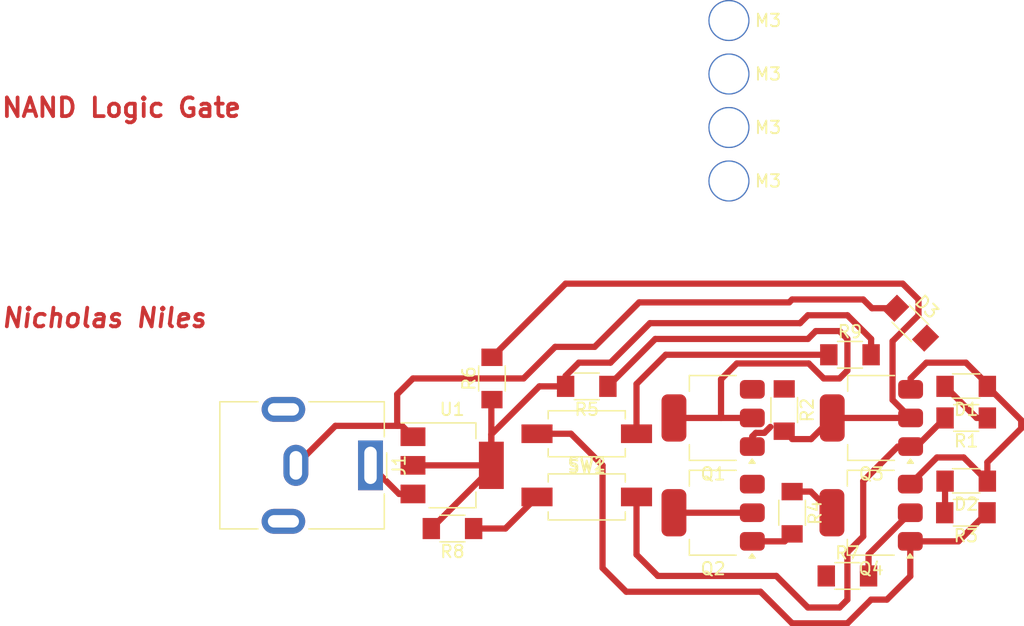
<source format=kicad_pcb>
(kicad_pcb (version 20240108) (generator "pcbnew") (generator_version "8.0")
  (title_block (title "NAND Logic Gate Board") (date "June 23rd, 2024") (rev "2") (company "Nicholas Niles") (comment 1 "Physical PCB routing for NAND gate board"))
  (layers (0 "F.Cu" signal) (31 "B.Cu" signal) (34 "B.Paste" user) (35 "F.Paste" user) (36 "B.SilkS" user "B.Silkscreen") (37 "F.SilkS" user "F.Silkscreen") (38 "B.Mask" user) (39 "F.Mask" user) (44 "Edge.Cuts" user))
  (net 0 "")
  (net 1 "Net-(D1-K)")
  (net 2 "Net-(D1-A)")
  (net 3 "Net-(D2-A)")
  (net 4 "Net-(D3-A)")
  (net 5 "Net-(Q1-B)")
  (net 6 "Net-(Q1-C)")
  (net 7 "Net-(Q1-E)")
  (net 8 "Net-(Q2-B)")
  (net 9 "Net-(U1-VI)")
  (net 10 "Net-(Q3-C)")
  (net 11 "Net-(Q3-B)")
  (net 12 "Net-(Q4-B)")
  (net 13 "Net-(Q4-C)")
  (net 14 "Net-(U1-VO)")
  (net 15 "Net-(R8-Pad1)")
  (net 16 "Net-(R9-Pad1)")
  (footprint "fab:SOT-223-3_TabPin2" (layer "F.Cu") (at 67.285 69.85)
    (property "Reference" "U1" (at 0 -4.5 0) (layer "F.SilkS"))
    (property "Value" "Linear Regulator SMD")
    (fp_line (start -4.1 -3.41) (end 1.91 -3.41) (stroke (width 0.12)) (layer "F.SilkS"))
    (fp_line (start -1.85 3.41) (end 1.91 3.41) (stroke (width 0.12)) (layer "F.SilkS"))
    (fp_line (start 1.91 -3.41) (end 1.91 -2.15) (stroke (width 0.12)) (layer "F.SilkS"))
    (fp_line (start 1.91 3.41) (end 1.91 2.15) (stroke (width 0.12)) (layer "F.SilkS"))
    (pad "1" smd rect (at -3.15 -2.3) (size 2 1.5) (layers "F.Cu" "F.Paste" "F.Mask") (net 1 "Net-(D1-K)"))
    (pad "2" smd rect (at -3.15 0) (size 2 1.5) (layers "F.Cu" "F.Paste" "F.Mask") (net 14 "Net-(U1-VO)"))
    (pad "2" smd rect (at 3.15 0) (size 2 3.8) (layers "F.Cu" "F.Paste" "F.Mask") (net 14 "Net-(U1-VO)"))
    (pad "3" smd rect (at -3.15 2.3) (size 2 1.5) (layers "F.Cu" "F.Paste" "F.Mask") (net 9 "Net-(U1-VI)"))
  )
  (footprint "fab:R_1206" (layer "F.Cu") (at 93.98 65.405 -90)
    (property "Reference" "R2" (at 0 -1.85 90) (layer "F.SilkS"))
    (property "Value" "10Ω")
    (fp_line (start 1 1.07) (end -1 1.07) (stroke (width 0.12)) (layer "F.SilkS"))
    (fp_line (start -1 -1.07) (end 1 -1.07) (stroke (width 0.12)) (layer "F.SilkS"))
    (pad "1" smd rect (at -1.7 0 270) (size 1.4 1.7) (layers "F.Cu" "F.Paste" "F.Mask") (net 10 "Net-(Q3-C)"))
    (pad "2" smd rect (at 1.7 0 270) (size 1.4 1.7) (layers "F.Cu" "F.Paste" "F.Mask") (net 5 "Net-(Q1-B)"))
  )
  (footprint "fab:MountingHole_M3" (layer "F.Cu") (at 89.535 34.09)
    (property "Reference" "H1" (hide yes))
    (property "Value" "~" (hide yes))
    (fp_text user "M3" (at 2 0 0) (layer "F.SilkS") (effects (font (thickness 0.15) (bold yes)) (justify left)))
    (pad "" thru_hole circle (at 0 0) (size 3.3 3.3) (drill 3.1) (layers "*.Cu" "*.Mask"))
  )
  (footprint "Package_TO_SOT_SMD:SOT-223-3_TabPin2" (layer "F.Cu") (at 88.265 66.04 180)
    (property "Reference" "Q1" (at 0 -4.5 180) (layer "F.SilkS"))
    (property "Value" "PZT2222A")
    (fp_line (start 1.91 3.41) (end 1.91 2.15) (stroke (width 0.12)) (layer "F.SilkS"))
    (fp_line (start 1.91 -3.41) (end 1.91 -2.15) (stroke (width 0.12)) (layer "F.SilkS"))
    (fp_line (start -1.85 3.41) (end 1.91 3.41) (stroke (width 0.12)) (layer "F.SilkS"))
    (fp_line (start -1.85 -3.41) (end 1.91 -3.41) (stroke (width 0.12)) (layer "F.SilkS"))
    (fp_poly (pts (xy -3.13 -3.31) (xy -3.37 -3.64) (xy -2.89 -3.64) (xy -3.13 -3.31)) (stroke (width 0.12)) (fill solid) (layer "F.SilkS"))
    (pad "1" smd roundrect (at -3.15 -2.3 180) (size 2 1.5) (layers "F.Cu" "F.Paste" "F.Mask") (net 5 "Net-(Q1-B)"))
    (pad "2" smd roundrect (at -3.15 0 180) (size 2 1.5) (layers "F.Cu" "F.Paste" "F.Mask") (net 6 "Net-(Q1-C)"))
    (pad "2" smd roundrect (at 3.15 0 180) (size 2 3.8) (layers "F.Cu" "F.Paste" "F.Mask") (net 6 "Net-(Q1-C)"))
    (pad "3" smd roundrect (at -3.15 2.3 180) (size 2 1.5) (layers "F.Cu" "F.Paste" "F.Mask") (net 7 "Net-(Q1-E)"))
  )
  (footprint "fab:MountingHole_M3" (layer "F.Cu") (at 89.535 46.99)
    (property "Reference" "H4" (hide yes))
    (property "Value" "~" (hide yes))
    (fp_text user "M3" (at 2 0 0) (layer "F.SilkS") (effects (font (thickness 0.15) (bold yes)) (justify left)))
    (pad "" thru_hole circle (at 0 0) (size 3.3 3.3) (drill 3.1) (layers "*.Cu" "*.Mask"))
  )
  (footprint "fab:R_1206" (layer "F.Cu") (at 94.615 73.66 -90)
    (property "Reference" "R4" (at 0 -1.85 90) (layer "F.SilkS"))
    (property "Value" "10Ω")
    (fp_line (start 1 1.07) (end -1 1.07) (stroke (width 0.12)) (layer "F.SilkS"))
    (fp_line (start -1 -1.07) (end 1 -1.07) (stroke (width 0.12)) (layer "F.SilkS"))
    (pad "1" smd rect (at -1.7 0 270) (size 1.4 1.7) (layers "F.Cu" "F.Paste" "F.Mask") (net 13 "Net-(Q4-C)"))
    (pad "2" smd rect (at 1.7 0 270) (size 1.4 1.7) (layers "F.Cu" "F.Paste" "F.Mask") (net 8 "Net-(Q2-B)"))
  )
  (footprint "fab:LED_1206" (layer "F.Cu") (at 104.14 58.42 -45)
    (property "Reference" "D3" (at 0 -1.850001 135) (layer "F.SilkS"))
    (property "Value" "LED 1206")
    (fp_line (start -1.1 1) (end 1.1 1) (stroke (width 0.12)) (layer "F.SilkS"))
    (fp_line (start -1.1 -0.95) (end 1.1 -0.95) (stroke (width 0.12)) (layer "F.SilkS"))
    (pad "1" smd rect (at -1.700001 0 315) (size 1.4 1.7) (layers "F.Cu" "F.Paste" "F.Mask") (net 1 "Net-(D1-K)"))
    (pad "2" smd rect (at 1.700001 0 315) (size 1.4 1.7) (layers "F.Cu" "F.Paste" "F.Mask") (net 4 "Net-(D3-A)"))
  )
  (footprint "fab:LED_1206" (layer "F.Cu") (at 108.61 63.5 180)
    (property "Reference" "D1" (at 0 -1.85 180) (layer "F.SilkS"))
    (property "Value" "1206")
    (fp_line (start -1.1 1) (end 1.1 1) (stroke (width 0.12)) (layer "F.SilkS"))
    (fp_line (start -1.1 -0.95) (end 1.1 -0.95) (stroke (width 0.12)) (layer "F.SilkS"))
    (pad "1" smd rect (at -1.7 0 180) (size 1.4 1.7) (layers "F.Cu" "F.Paste" "F.Mask") (net 1 "Net-(D1-K)"))
    (pad "2" smd rect (at 1.7 0 180) (size 1.4 1.7) (layers "F.Cu" "F.Paste" "F.Mask") (net 2 "Net-(D1-A)"))
  )
  (footprint "fab:Button_CnK_PTS636.0_6x3.5mm" (layer "F.Cu") (at 78.105 72.39)
    (property "Reference" "SW2" (at 0 -2.65 0) (layer "F.SilkS"))
    (property "Value" "SMD Momentary Button")
    (fp_line (start -3.1 -1.85) (end -3.1 -1.2) (stroke (width 0.12)) (layer "F.SilkS"))
    (fp_line (start -3.1 1.2) (end -3.1 1.85) (stroke (width 0.12)) (layer "F.SilkS"))
    (fp_line (start -3.1 1.85) (end 3.1 1.85) (stroke (width 0.12)) (layer "F.SilkS"))
    (fp_line (start 3.1 -1.85) (end -3.1 -1.85) (stroke (width 0.12)) (layer "F.SilkS"))
    (fp_line (start 3.1 -1.85) (end 3.1 -1.2) (stroke (width 0.12)) (layer "F.SilkS"))
    (fp_line (start 3.1 1.85) (end 3.1 1.2) (stroke (width 0.12)) (layer "F.SilkS"))
    (pad "1" smd rect (at -4 0) (size 2.5 1.5) (layers "F.Cu" "F.Paste" "F.Mask") (net 15 "Net-(R8-Pad1)"))
    (pad "2" smd rect (at 4 0) (size 2.5 1.5) (layers "F.Cu" "F.Paste" "F.Mask") (net 11 "Net-(Q3-B)"))
  )
  (footprint "fab:LED_1206" (layer "F.Cu") (at 108.61 71.12 180)
    (property "Reference" "D2" (at 0 -1.85 180) (layer "F.SilkS"))
    (property "Value" "LED 1206")
    (fp_line (start -1.1 1) (end 1.1 1) (stroke (width 0.12)) (layer "F.SilkS"))
    (fp_line (start -1.1 -0.95) (end 1.1 -0.95) (stroke (width 0.12)) (layer "F.SilkS"))
    (pad "1" smd rect (at -1.7 0 180) (size 1.4 1.7) (layers "F.Cu" "F.Paste" "F.Mask") (net 1 "Net-(D1-K)"))
    (pad "2" smd rect (at 1.7 0 180) (size 1.4 1.7) (layers "F.Cu" "F.Paste" "F.Mask") (net 3 "Net-(D2-A)"))
  )
  (footprint "fab:Button_CnK_PTS636.0_6x3.5mm" (layer "F.Cu") (at 78.105 67.31 180)
    (property "Reference" "SW1" (at 0 -2.65 180) (layer "F.SilkS"))
    (property "Value" "SMD Momentary Button")
    (fp_line (start 3.1 1.85) (end 3.1 1.2) (stroke (width 0.12)) (layer "F.SilkS"))
    (fp_line (start 3.1 -1.85) (end 3.1 -1.2) (stroke (width 0.12)) (layer "F.SilkS"))
    (fp_line (start 3.1 -1.85) (end -3.1 -1.85) (stroke (width 0.12)) (layer "F.SilkS"))
    (fp_line (start -3.1 1.85) (end 3.1 1.85) (stroke (width 0.12)) (layer "F.SilkS"))
    (fp_line (start -3.1 1.2) (end -3.1 1.85) (stroke (width 0.12)) (layer "F.SilkS"))
    (fp_line (start -3.1 -1.85) (end -3.1 -1.2) (stroke (width 0.12)) (layer "F.SilkS"))
    (pad "1" smd rect (at -4 0 180) (size 2.5 1.5) (layers "F.Cu" "F.Paste" "F.Mask") (net 16 "Net-(R9-Pad1)"))
    (pad "2" smd rect (at 4 0 180) (size 2.5 1.5) (layers "F.Cu" "F.Paste" "F.Mask") (net 12 "Net-(Q4-B)"))
  )
  (footprint "fab:R_1206" (layer "F.Cu") (at 67.31 74.93 180)
    (property "Reference" "R8" (at 0 -1.85 180) (layer "F.SilkS"))
    (property "Value" "10Ω")
    (fp_line (start 1 1.07) (end -1 1.07) (stroke (width 0.12)) (layer "F.SilkS"))
    (fp_line (start -1 -1.07) (end 1 -1.07) (stroke (width 0.12)) (layer "F.SilkS"))
    (pad "1" smd rect (at -1.7 0 180) (size 1.4 1.7) (layers "F.Cu" "F.Paste" "F.Mask") (net 15 "Net-(R8-Pad1)"))
    (pad "2" smd rect (at 1.7 0 180) (size 1.4 1.7) (layers "F.Cu" "F.Paste" "F.Mask") (net 14 "Net-(U1-VO)"))
  )
  (footprint "Package_TO_SOT_SMD:SOT-223-3_TabPin2" (layer "F.Cu") (at 100.965 73.66 180)
    (property "Reference" "Q4" (at 0 -4.5 180) (layer "F.SilkS"))
    (property "Value" "PZT2222A")
    (fp_line (start 1.91 3.41) (end 1.91 2.15) (stroke (width 0.12)) (layer "F.SilkS"))
    (fp_line (start 1.91 -3.41) (end 1.91 -2.15) (stroke (width 0.12)) (layer "F.SilkS"))
    (fp_line (start -1.85 3.41) (end 1.91 3.41) (stroke (width 0.12)) (layer "F.SilkS"))
    (fp_line (start -1.85 -3.41) (end 1.91 -3.41) (stroke (width 0.12)) (layer "F.SilkS"))
    (fp_poly (pts (xy -3.13 -3.31) (xy -3.37 -3.64) (xy -2.89 -3.64) (xy -3.13 -3.31)) (stroke (width 0.12)) (fill solid) (layer "F.SilkS"))
    (pad "1" smd roundrect (at -3.15 -2.3 180) (size 2 1.5) (layers "F.Cu" "F.Paste" "F.Mask") (net 12 "Net-(Q4-B)"))
    (pad "2" smd roundrect (at -3.15 0 180) (size 2 1.5) (layers "F.Cu" "F.Paste" "F.Mask") (net 13 "Net-(Q4-C)"))
    (pad "2" smd roundrect (at 3.15 0 180) (size 2 3.8) (layers "F.Cu" "F.Paste" "F.Mask") (net 13 "Net-(Q4-C)"))
    (pad "3" smd roundrect (at -3.15 2.3 180) (size 2 1.5) (layers "F.Cu" "F.Paste" "F.Mask") (net 1 "Net-(D1-K)"))
  )
  (footprint "Package_TO_SOT_SMD:SOT-223-3_TabPin2" (layer "F.Cu") (at 88.265 73.66 180)
    (property "Reference" "Q2" (at 0 -4.5 180) (layer "F.SilkS"))
    (property "Value" "PZT2222A")
    (fp_line (start 1.91 3.41) (end 1.91 2.15) (stroke (width 0.12)) (layer "F.SilkS"))
    (fp_line (start 1.91 -3.41) (end 1.91 -2.15) (stroke (width 0.12)) (layer "F.SilkS"))
    (fp_line (start -1.85 3.41) (end 1.91 3.41) (stroke (width 0.12)) (layer "F.SilkS"))
    (fp_line (start -1.85 -3.41) (end 1.91 -3.41) (stroke (width 0.12)) (layer "F.SilkS"))
    (fp_poly (pts (xy -3.13 -3.31) (xy -3.37 -3.64) (xy -2.89 -3.64) (xy -3.13 -3.31)) (stroke (width 0.12)) (fill solid) (layer "F.SilkS"))
    (pad "1" smd roundrect (at -3.15 -2.3 180) (size 2 1.5) (layers "F.Cu" "F.Paste" "F.Mask") (net 8 "Net-(Q2-B)"))
    (pad "2" smd roundrect (at -3.15 0 180) (size 2 1.5) (layers "F.Cu" "F.Paste" "F.Mask") (net 7 "Net-(Q1-E)"))
    (pad "2" smd roundrect (at 3.15 0 180) (size 2 3.8) (layers "F.Cu" "F.Paste" "F.Mask") (net 7 "Net-(Q1-E)"))
    (pad "3" smd roundrect (at -3.15 2.3 180) (size 2 1.5) (layers "F.Cu" "F.Paste" "F.Mask") (net 4 "Net-(D3-A)"))
  )
  (footprint "fab:R_1206" (layer "F.Cu") (at 99.06 78.74)
    (property "Reference" "R7" (at 0 -1.85 360) (layer "F.SilkS"))
    (property "Value" "10Ω")
    (fp_line (start -1 -1.07) (end 1 -1.07) (stroke (width 0.12)) (layer "F.SilkS"))
    (fp_line (start 1 1.07) (end -1 1.07) (stroke (width 0.12)) (layer "F.SilkS"))
    (pad "1" smd rect (at -1.7 0) (size 1.4 1.7) (layers "F.Cu" "F.Paste" "F.Mask") (net 14 "Net-(U1-VO)"))
    (pad "2" smd rect (at 1.7 0) (size 1.4 1.7) (layers "F.Cu" "F.Paste" "F.Mask") (net 13 "Net-(Q4-C)"))
  )
  (footprint "fab:R_1206" (layer "F.Cu") (at 108.61 66.04 180)
    (property "Reference" "R1" (at 0 -1.85 180) (layer "F.SilkS"))
    (property "Value" "240Ω")
    (fp_line (start 1 1.07) (end -1 1.07) (stroke (width 0.12)) (layer "F.SilkS"))
    (fp_line (start -1 -1.07) (end 1 -1.07) (stroke (width 0.12)) (layer "F.SilkS"))
    (pad "1" smd rect (at -1.7 0 180) (size 1.4 1.7) (layers "F.Cu" "F.Paste" "F.Mask") (net 2 "Net-(D1-A)"))
    (pad "2" smd rect (at 1.7 0 180) (size 1.4 1.7) (layers "F.Cu" "F.Paste" "F.Mask") (net 11 "Net-(Q3-B)"))
  )
  (footprint "fab:R_1206" (layer "F.Cu") (at 99.265 60.96)
    (property "Reference" "R9" (at 0 -1.85 360) (layer "F.SilkS"))
    (property "Value" "10Ω")
    (fp_line (start -1 -1.07) (end 1 -1.07) (stroke (width 0.12)) (layer "F.SilkS"))
    (fp_line (start 1 1.07) (end -1 1.07) (stroke (width 0.12)) (layer "F.SilkS"))
    (pad "1" smd rect (at -1.7 0) (size 1.4 1.7) (layers "F.Cu" "F.Paste" "F.Mask") (net 16 "Net-(R9-Pad1)"))
    (pad "2" smd rect (at 1.7 0) (size 1.4 1.7) (layers "F.Cu" "F.Paste" "F.Mask") (net 14 "Net-(U1-VO)"))
  )
  (footprint "Package_TO_SOT_SMD:SOT-223-3_TabPin2" (layer "F.Cu") (at 100.99 66.04 180)
    (property "Reference" "Q3" (at 0 -4.5 180) (layer "F.SilkS"))
    (property "Value" "PZT2222A")
    (fp_line (start 1.91 3.41) (end 1.91 2.15) (stroke (width 0.12)) (layer "F.SilkS"))
    (fp_line (start 1.91 -3.41) (end 1.91 -2.15) (stroke (width 0.12)) (layer "F.SilkS"))
    (fp_line (start -1.85 3.41) (end 1.91 3.41) (stroke (width 0.12)) (layer "F.SilkS"))
    (fp_line (start -1.85 -3.41) (end 1.91 -3.41) (stroke (width 0.12)) (layer "F.SilkS"))
    (fp_poly (pts (xy -3.13 -3.31) (xy -3.37 -3.64) (xy -2.89 -3.64) (xy -3.13 -3.31)) (stroke (width 0.12)) (fill solid) (layer "F.SilkS"))
    (pad "1" smd roundrect (at -3.15 -2.3 180) (size 2 1.5) (layers "F.Cu" "F.Paste" "F.Mask") (net 11 "Net-(Q3-B)"))
    (pad "2" smd roundrect (at -3.15 0 180) (size 2 1.5) (layers "F.Cu" "F.Paste" "F.Mask") (net 10 "Net-(Q3-C)"))
    (pad "2" smd roundrect (at 3.15 0 180) (size 2 3.8) (layers "F.Cu" "F.Paste" "F.Mask") (net 10 "Net-(Q3-C)"))
    (pad "3" smd roundrect (at -3.15 2.3 180) (size 2 1.5) (layers "F.Cu" "F.Paste" "F.Mask") (net 1 "Net-(D1-K)"))
  )
  (footprint "fab:MountingHole_M3" (layer "F.Cu") (at 89.535 42.69)
    (property "Reference" "H3" (hide yes))
    (property "Value" "~" (hide yes))
    (fp_text user "M3" (at 2 0 0) (layer "F.SilkS") (effects (font (thickness 0.15) (bold yes)) (justify left)))
    (pad "" thru_hole circle (at 0 0) (size 3.3 3.3) (drill 3.1) (layers "*.Cu" "*.Mask"))
  )
  (footprint "Connector_BarrelJack:BarrelJack_CUI_PJ-063AH_Horizontal" (layer "F.Cu") (at 60.72 69.85 -90)
    (property "Reference" "J1" (at 0 -2.3 90) (layer "F.SilkS"))
    (property "Value" "PJ-063AH")
    (fp_line (start -5.11 12.11) (end -5.11 9.05) (stroke (width 0.12)) (layer "F.SilkS"))
    (fp_line (start 5.11 12.11) (end -5.11 12.11) (stroke (width 0.12)) (layer "F.SilkS"))
    (fp_line (start 5.11 9.05) (end 5.11 12.11) (stroke (width 0.12)) (layer "F.SilkS"))
    (fp_line (start -5.11 4.95) (end -5.11 -1.11) (stroke (width 0.12)) (layer "F.SilkS"))
    (fp_line (start -5.11 -1.11) (end -2.3 -1.11) (stroke (width 0.12)) (layer "F.SilkS"))
    (fp_line (start 2.3 -1.11) (end 5.11 -1.11) (stroke (width 0.12)) (layer "F.SilkS"))
    (fp_line (start 5.11 -1.11) (end 5.11 4.95) (stroke (width 0.12)) (layer "F.SilkS"))
    (fp_line (start -1 -1.3) (end 1 -1.3) (stroke (width 0.12)) (layer "F.SilkS"))
    (pad "" np_thru_hole circle (at 0 9 270) (size 1.6 1.6) (drill 1.6) (layers "*.Cu" "*.Mask"))
    (pad "1" thru_hole rect (at 0 0 270) (size 4 2) (drill oval 3 1) (layers "*.Cu" "*.Mask") (net 9 "Net-(U1-VI)"))
    (pad "2" thru_hole oval (at 0 6 270) (size 3.3 2) (drill oval 2.3 1) (layers "*.Cu" "*.Mask") (net 1 "Net-(D1-K)"))
    (pad "MP" thru_hole oval (at -4.5 7 270) (size 2 3.5) (drill oval 1 2.5) (layers "*.Cu" "*.Mask"))
    (pad "MP" thru_hole oval (at 4.5 7 270) (size 2 3.5) (drill oval 1 2.5) (layers "*.Cu" "*.Mask"))
  )
  (footprint "fab:R_1206" (layer "F.Cu") (at 70.485 62.865 90)
    (property "Reference" "R6" (at 0 -1.85 270) (layer "F.SilkS"))
    (property "Value" "10Ω")
    (fp_line (start -1 -1.07) (end 1 -1.07) (stroke (width 0.12)) (layer "F.SilkS"))
    (fp_line (start 1 1.07) (end -1 1.07) (stroke (width 0.12)) (layer "F.SilkS"))
    (pad "1" smd rect (at -1.7 0 90) (size 1.4 1.7) (layers "F.Cu" "F.Paste" "F.Mask") (net 14 "Net-(U1-VO)"))
    (pad "2" smd rect (at 1.7 0 90) (size 1.4 1.7) (layers "F.Cu" "F.Paste" "F.Mask") (net 10 "Net-(Q3-C)"))
  )
  (footprint "fab:R_1206" (layer "F.Cu") (at 78.105 63.5 180)
    (property "Reference" "R5" (at 0 -1.85 180) (layer "F.SilkS"))
    (property "Value" "250Ω")
    (fp_line (start 1 1.07) (end -1 1.07) (stroke (width 0.12)) (layer "F.SilkS"))
    (fp_line (start -1 -1.07) (end 1 -1.07) (stroke (width 0.12)) (layer "F.SilkS"))
    (pad "1" smd rect (at -1.7 0 180) (size 1.4 1.7) (layers "F.Cu" "F.Paste" "F.Mask") (net 6 "Net-(Q1-C)"))
    (pad "2" smd rect (at 1.7 0 180) (size 1.4 1.7) (layers "F.Cu" "F.Paste" "F.Mask") (net 14 "Net-(U1-VO)"))
  )
  (footprint "fab:MountingHole_M3" (layer "F.Cu") (at 89.535 38.39)
    (property "Reference" "H2" (hide yes))
    (property "Value" "~" (hide yes))
    (fp_text user "M3" (at 2 0 0) (layer "F.SilkS") (effects (font (thickness 0.15) (bold yes)) (justify left)))
    (pad "" thru_hole circle (at 0 0) (size 3.3 3.3) (drill 3.1) (layers "*.Cu" "*.Mask"))
  )
  (footprint "fab:R_1206" (layer "F.Cu") (at 108.585 73.66 180)
    (property "Reference" "R3" (at 0 -1.85 180) (layer "F.SilkS"))
    (property "Value" "240Ω")
    (fp_line (start 1 1.07) (end -1 1.07) (stroke (width 0.12)) (layer "F.SilkS"))
    (fp_line (start -1 -1.07) (end 1 -1.07) (stroke (width 0.12)) (layer "F.SilkS"))
    (pad "1" smd rect (at -1.7 0 180) (size 1.4 1.7) (layers "F.Cu" "F.Paste" "F.Mask") (net 12 "Net-(Q4-B)"))
    (pad "2" smd rect (at 1.7 0 180) (size 1.4 1.7) (layers "F.Cu" "F.Paste" "F.Mask") (net 3 "Net-(D2-A)"))
  )
  (gr_text "NAND Logic Gate" (at 30.935 41.095 0) (layer "F.Cu") (effects (font (size 1.5 1.5) (thickness 0.3) (bold yes)) (justify left)))
  (gr_text "Nicholas Niles" (at 30.935 58.875 0) (layer "F.Cu") (effects (font (size 1.5 1.5) (thickness 0.3) (bold yes) (italic yes)) (justify left bottom)))
  (segment (start 105.41 61.595) (end 108.585 61.595) (width 0.5) (layer "F.Cu") (net 1))
  (segment (start 63.26 66.675) (end 64.135 67.55) (width 0.5) (layer "F.Cu") (net 1))
  (segment (start 82.315151 56.749849) (end 94.380151 56.749849) (width 0.5) (layer "F.Cu") (net 1))
  (segment (start 73.025 62.865) (end 75.565 60.325) (width 0.5) (layer "F.Cu") (net 1))
  (segment (start 110.31 69.6) (end 110.31 71.12) (width 0.5) (layer "F.Cu") (net 1))
  (segment (start 94.615 56.515) (end 100.33 56.515) (width 0.5) (layer "F.Cu") (net 1))
  (segment (start 101.032918 57.217918) (end 102.937918 57.217918) (width 0.5) (layer "F.Cu") (net 1))
  (segment (start 113.03 66.88) (end 110.31 69.6) (width 0.5) (layer "F.Cu") (net 1))
  (segment (start 104.115 71.36) (end 106.26 69.215) (width 0.5) (layer "F.Cu") (net 1))
  (segment (start 110.31 63.5) (end 113.03 66.22) (width 0.5) (layer "F.Cu") (net 1))
  (segment (start 104.14 63.74) (end 104.14 62.865) (width 0.5) (layer "F.Cu") (net 1))
  (segment (start 100.33 56.515) (end 101.032918 57.217918) (width 0.5) (layer "F.Cu") (net 1))
  (segment (start 64.135 62.865) (end 73.025 62.865) (width 0.5) (layer "F.Cu") (net 1))
  (segment (start 75.565 60.325) (end 78.74 60.325) (width 0.5) (layer "F.Cu") (net 1))
  (segment (start 62.865 66.675) (end 62.865 64.135) (width 0.5) (layer "F.Cu") (net 1))
  (segment (start 62.865 66.675) (end 63.26 66.675) (width 0.5) (layer "F.Cu") (net 1))
  (segment (start 104.14 62.865) (end 105.41 61.595) (width 0.5) (layer "F.Cu") (net 1))
  (segment (start 62.865 64.135) (end 64.135 62.865) (width 0.5) (layer "F.Cu") (net 1))
  (segment (start 113.03 66.22) (end 113.03 66.88) (width 0.5) (layer "F.Cu") (net 1))
  (segment (start 57.895 66.675) (end 62.865 66.675) (width 0.5) (layer "F.Cu") (net 1))
  (segment (start 108.405 69.215) (end 110.31 71.12) (width 0.5) (layer "F.Cu") (net 1))
  (segment (start 54.72 69.85) (end 57.895 66.675) (width 0.5) (layer "F.Cu") (net 1))
  (segment (start 78.74 60.325) (end 82.315151 56.749849) (width 0.5) (layer "F.Cu") (net 1))
  (segment (start 106.26 69.215) (end 108.405 69.215) (width 0.5) (layer "F.Cu") (net 1))
  (segment (start 110.31 63.32) (end 110.31 63.5) (width 0.5) (layer "F.Cu") (net 1))
  (segment (start 94.380151 56.749849) (end 94.615 56.515) (width 0.5) (layer "F.Cu") (net 1))
  (segment (start 108.585 61.595) (end 110.31 63.32) (width 0.5) (layer "F.Cu") (net 1))
  (segment (start 109.45 66.04) (end 106.91 63.5) (width 0.5) (layer "F.Cu") (net 2))
  (segment (start 110.31 66.04) (end 109.45 66.04) (width 0.5) (layer "F.Cu") (net 2))
  (segment (start 106.91 71.12) (end 106.91 73.635) (width 0.5) (layer "F.Cu") (net 3))
  (segment (start 106.91 73.635) (end 106.885 73.66) (width 0.5) (layer "F.Cu") (net 3))
  (segment (start 91.415 68.34) (end 91.415 67.52) (width 0.5) (layer "F.Cu") (net 5))
  (segment (start 91.695 67.24) (end 92.381726 67.24) (width 0.5) (layer "F.Cu") (net 5))
  (segment (start 92.381726 67.24) (end 92.865 66.756726) (width 0.5) (layer "F.Cu") (net 5))
  (segment (start 91.415 67.52) (end 91.695 67.24) (width 0.5) (layer "F.Cu") (net 5))
  (segment (start 79.805 63.5) (end 83.615 59.69) (width 0.5) (layer "F.Cu") (net 6))
  (segment (start 99.06 59.69) (end 99.06 62.23) (width 0.5) (layer "F.Cu") (net 6))
  (segment (start 91.415 66.04) (end 88.9 66.04) (width 0.5) (layer "F.Cu") (net 6))
  (segment (start 99.06 62.23) (end 98.425 62.865) (width 0.5) (layer "F.Cu") (net 6))
  (segment (start 90.17 61.66) (end 88.9 62.93) (width 0.5) (layer "F.Cu") (net 6))
  (segment (start 95.885 59.69) (end 96.52 59.055) (width 0.5) (layer "F.Cu") (net 6))
  (segment (start 95.95 61.66) (end 90.17 61.66) (width 0.5) (layer "F.Cu") (net 6))
  (segment (start 88.9 66.04) (end 85.115 66.04) (width 0.5) (layer "F.Cu") (net 6))
  (segment (start 98.425 59.055) (end 99.06 59.69) (width 0.5) (layer "F.Cu") (net 6))
  (segment (start 83.615 59.69) (end 95.885 59.69) (width 0.5) (layer "F.Cu") (net 6))
  (segment (start 96.52 59.055) (end 98.425 59.055) (width 0.5) (layer "F.Cu") (net 6))
  (segment (start 88.9 62.93) (end 88.9 66.04) (width 0.5) (layer "F.Cu") (net 6))
  (segment (start 97.155 62.865) (end 95.95 61.66) (width 0.5) (layer "F.Cu") (net 6))
  (segment (start 98.425 62.865) (end 97.155 62.865) (width 0.5) (layer "F.Cu") (net 6))
  (segment (start 85.115 73.66) (end 91.415 73.66) (width 0.5) (layer "F.Cu") (net 7))
  (segment (start 94.015 75.96) (end 94.615 75.36) (width 0.5) (layer "F.Cu") (net 8))
  (segment (start 91.415 75.96) (end 94.015 75.96) (width 0.5) (layer "F.Cu") (net 8))
  (segment (start 60.72 69.85) (end 63.02 72.15) (width 0.5) (layer "F.Cu") (net 9))
  (segment (start 63.02 72.15) (end 64.135 72.15) (width 0.5) (layer "F.Cu") (net 9))
  (segment (start 94.615 67.74) (end 96.14 67.74) (width 0.5) (layer "F.Cu") (net 10))
  (segment (start 96.14 67.74) (end 97.84 66.04) (width 0.5) (layer "F.Cu") (net 10))
  (segment (start 102.69 59.87) (end 102.69 64.59) (width 0.5) (layer "F.Cu") (net 10))
  (segment (start 104.775 57.785) (end 102.69 59.87) (width 0.5) (layer "F.Cu") (net 10))
  (segment (start 102.69 64.59) (end 104.14 66.04) (width 0.5) (layer "F.Cu") (net 10))
  (segment (start 97.84 66.04) (end 104.14 66.04) (width 0.5) (layer "F.Cu") (net 10))
  (segment (start 76.405 55.245) (end 103.505 55.245) (width 0.5) (layer "F.Cu") (net 10))
  (segment (start 70.485 61.165) (end 76.405 55.245) (width 0.5) (layer "F.Cu") (net 10))
  (segment (start 103.505 55.245) (end 104.775 56.515) (width 0.5) (layer "F.Cu") (net 10))
  (segment (start 104.775 56.515) (end 104.775 57.785) (width 0.5) (layer "F.Cu") (net 10))
  (segment (start 82.105 72.39) (end 82.105 77.025) (width 0.5) (layer "F.Cu") (net 11))
  (segment (start 100.33 71.12) (end 103.11 68.34) (width 0.5) (layer "F.Cu") (net 11))
  (segment (start 103.11 68.34) (end 104.14 68.34) (width 0.5) (layer "F.Cu") (net 11))
  (segment (start 100.33 75.565) (end 100.33 71.12) (width 0.5) (layer "F.Cu") (net 11))
  (segment (start 83.82 78.74) (end 93.345 78.74) (width 0.5) (layer "F.Cu") (net 11))
  (segment (start 99.06 76.835) (end 100.33 75.565) (width 0.5) (layer "F.Cu") (net 11))
  (segment (start 98.425 81.28) (end 99.06 80.645) (width 0.5) (layer "F.Cu") (net 11))
  (segment (start 82.105 77.025) (end 83.82 78.74) (width 0.5) (layer "F.Cu") (net 11))
  (segment (start 99.06 80.645) (end 99.06 76.835) (width 0.5) (layer "F.Cu") (net 11))
  (segment (start 104.14 68.34) (end 104.61 68.34) (width 0.5) (layer "F.Cu") (net 11))
  (segment (start 93.345 78.74) (end 95.885 81.28) (width 0.5) (layer "F.Cu") (net 11))
  (segment (start 104.61 68.34) (end 106.91 66.04) (width 0.5) (layer "F.Cu") (net 11))
  (segment (start 95.885 81.28) (end 98.425 81.28) (width 0.5) (layer "F.Cu") (net 11))
  (segment (start 110.285 73.66) (end 107.985 75.96) (width 0.5) (layer "F.Cu") (net 12))
  (segment (start 107.985 75.96) (end 104.115 75.96) (width 0.5) (layer "F.Cu") (net 12))
  (segment (start 92.075 80.01) (end 94.615 82.55) (width 0.5) (layer "F.Cu") (net 12))
  (segment (start 102.235 80.645) (end 104.115 78.765) (width 0.5) (layer "F.Cu") (net 12))
  (segment (start 81.28 80.01) (end 92.075 80.01) (width 0.5) (layer "F.Cu") (net 12))
  (segment (start 74.105 67.31) (end 76.835 67.31) (width 0.5) (layer "F.Cu") (net 12))
  (segment (start 79.375 78.105) (end 81.28 80.01) (width 0.5) (layer "F.Cu") (net 12))
  (segment (start 76.835 67.31) (end 79.375 69.85) (width 0.5) (layer "F.Cu") (net 12))
  (segment (start 79.375 69.85) (end 79.375 78.105) (width 0.5) (layer "F.Cu") (net 12))
  (segment (start 104.115 78.765) (end 104.115 75.96) (width 0.5) (layer "F.Cu") (net 12))
  (segment (start 99.06 82.55) (end 100.965 80.645) (width 0.5) (layer "F.Cu") (net 12))
  (segment (start 94.615 82.55) (end 99.06 82.55) (width 0.5) (layer "F.Cu") (net 12))
  (segment (start 100.965 80.645) (end 102.235 80.645) (width 0.5) (layer "F.Cu") (net 12))
  (segment (start 100.76 77.015) (end 104.115 73.66) (width 0.5) (layer "F.Cu") (net 13))
  (segment (start 96.115 71.96) (end 97.815 73.66) (width 0.5) (layer "F.Cu") (net 13))
  (segment (start 94.615 71.96) (end 96.115 71.96) (width 0.5) (layer "F.Cu") (net 13))
  (segment (start 100.76 78.74) (end 100.76 77.015) (width 0.5) (layer "F.Cu") (net 13))
  (segment (start 95.25 58.42) (end 83.185 58.42) (width 0.5) (layer "F.Cu") (net 14))
  (segment (start 80.01 61.595) (end 77.47 61.595) (width 0.5) (layer "F.Cu") (net 14))
  (segment (start 70.435 69.85) (end 70.435 67.36) (width 0.5) (layer "F.Cu") (net 14))
  (segment (start 64.135 69.85) (end 70.435 69.85) (width 0.5) (layer "F.Cu") (net 14))
  (segment (start 70.435 69.85) (end 70.435 64.615) (width 0.5) (layer "F.Cu") (net 14))
  (segment (start 100.965 60.96) (end 100.965 59.69) (width 0.5) (layer "F.Cu") (net 14))
  (segment (start 70.435 70.105) (end 65.61 74.93) (width 0.5) (layer "F.Cu") (net 14))
  (segment (start 77.47 61.595) (end 76.405 62.66) (width 0.5) (layer "F.Cu") (net 14))
  (segment (start 76.405 62.66) (end 76.405 63.5) (width 0.5) (layer "F.Cu") (net 14))
  (segment (start 70.435 69.85) (end 70.435 69.595) (width 0.5) (layer "F.Cu") (net 14))
  (segment (start 70.435 67.36) (end 74.295 63.5) (width 0.5) (layer "F.Cu") (net 14))
  (segment (start 95.885 57.785) (end 95.25 58.42) (width 0.5) (layer "F.Cu") (net 14))
  (segment (start 70.435 69.85) (end 70.435 70.105) (width 0.5) (layer "F.Cu") (net 14))
  (segment (start 74.295 63.5) (end 76.405 63.5) (width 0.5) (layer "F.Cu") (net 14))
  (segment (start 70.435 64.615) (end 70.485 64.565) (width 0.5) (layer "F.Cu") (net 14))
  (segment (start 100.965 59.69) (end 99.06 57.785) (width 0.5) (layer "F.Cu") (net 14))
  (segment (start 83.185 58.42) (end 80.01 61.595) (width 0.5) (layer "F.Cu") (net 14))
  (segment (start 99.06 57.785) (end 95.885 57.785) (width 0.5) (layer "F.Cu") (net 14))
  (segment (start 69.01 74.93) (end 71.565 74.93) (width 0.5) (layer "F.Cu") (net 15))
  (segment (start 71.565 74.93) (end 74.105 72.39) (width 0.5) (layer "F.Cu") (net 15))
  (segment (start 82.105 63.31) (end 84.455 60.96) (width 0.5) (layer "F.Cu") (net 16))
  (segment (start 84.455 60.96) (end 97.565 60.96) (width 0.5) (layer "F.Cu") (net 16))
  (segment (start 82.105 67.31) (end 82.105 63.31) (width 0.5) (layer "F.Cu") (net 16))
)
</source>
